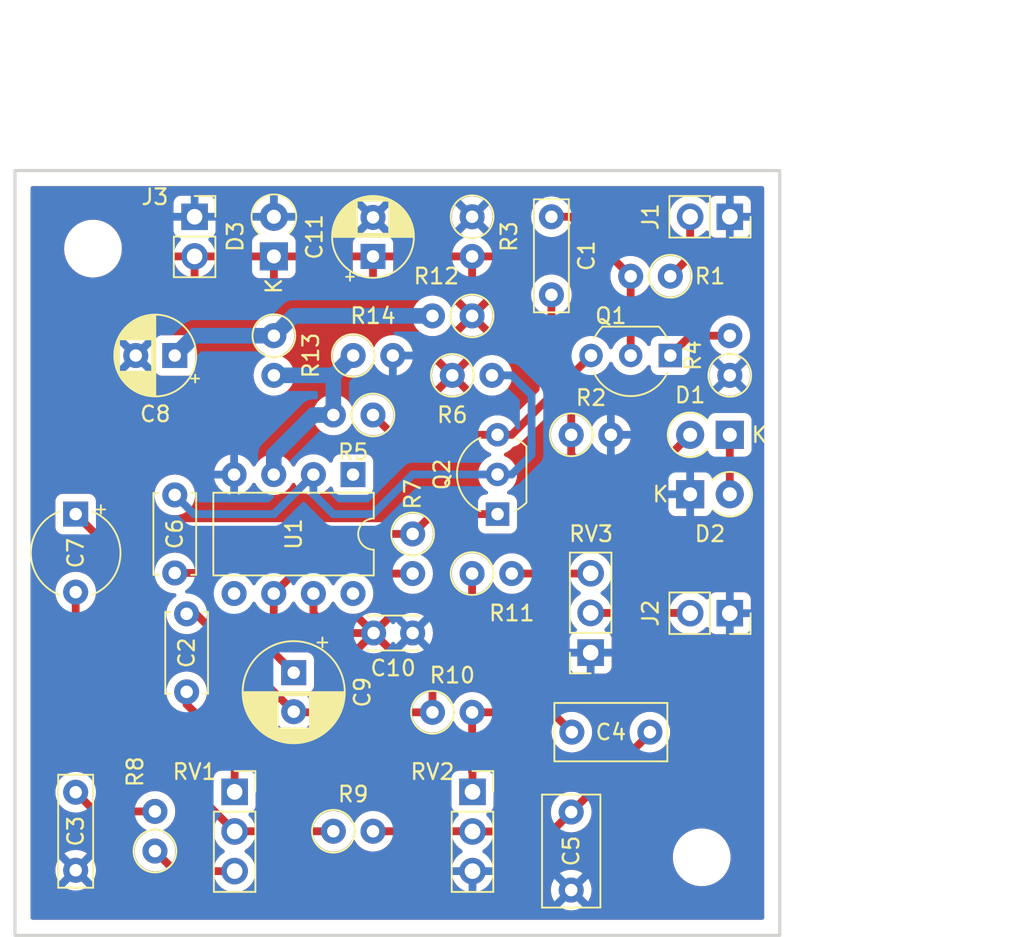
<source format=kicad_pcb>
(kicad_pcb (version 20221018) (generator pcbnew)
  (layers (0 "F.Cu" signal) (31 "B.Cu" signal) (34 "B.Paste" user) (35 "F.Paste" user) (36 "B.SilkS" user "B.Silkscreen") (37 "F.SilkS" user "F.Silkscreen") (38 "B.Mask" user) (39 "F.Mask" user) (44 "Edge.Cuts" user))
  (net 0 "")
  (net 1 "VCOM")
  (net 2 "GND")
  (net 3 "Net-(C8-Pad1)")
  (net 4 "+9V")
  (net 5 "Net-(C2-Pad2)")
  (net 6 "Net-(R11-Pad2)")
  (net 7 "Net-(C4-Pad2)")
  (net 8 "Net-(C7-Pad2)")
  (net 9 "Net-(C4-Pad1)")
  (net 10 "Net-(R8-Pad1)")
  (net 11 "Net-(C3-Pad2)")
  (net 12 "Net-(Q2-E)")
  (net 13 "Net-(C6-Pad1)")
  (net 14 "Net-(Q2-C)")
  (net 15 "Net-(Q2-B)")
  (net 16 "Net-(J1-Pin_2)")
  (net 17 "Net-(Q1-C)")
  (net 18 "Net-(D1-A)")
  (net 19 "Net-(Q1-E)")
  (net 23 "Net-(D1-K)")
  (net 24 "Net-(J2-Pin_2)")
  (net 25 "Net-(C2-Pad1)")
  (footprint "Resistor_THT:R_Axial_DIN0207_L6.3mm_D2.5mm_P2.54mm_Vertical" (layer "F.Cu") (at 154.94 73.66 180)
    (fp_text reference "R5" (at 1.27 -2.37) (layer "F.SilkS"))
    (fp_text value "6M8")
    (pad "1" thru_hole circle (at 0 0 180) (size 1.6 1.6) (drill 0.8) (layers "*.Cu" "*.Mask") (net 15 "Net-(Q2-B)"))
    (pad "2" thru_hole oval (at 2.54 0 180) (size 1.6 1.6) (drill 0.8) (layers "*.Cu" "*.Mask") (net 1 "VCOM"))
  )
  (footprint "MountingHole:MountingHole_3.2mm_M3" (layer "F.Cu") (at 137 63)
    (fp_text reference "H1" hide)
    (fp_text value "MountingHole")
    (pad "" np_thru_hole circle (at 0 0) (size 3.2 3.2) (drill 3.2) (layers "*.Cu" "*.Mask"))
  )
  (footprint "Capacitor_THT:C_Rect_L7.0mm_W2.0mm_P5.00mm" (layer "F.Cu") (at 166.37 60.96 -90)
    (fp_text reference "C1" (at 2.5 -2.25 90) (layer "F.SilkS"))
    (fp_text value "47n")
    (pad "1" thru_hole circle (at 0 0 270) (size 1.6 1.6) (drill 0.8) (layers "*.Cu" "*.Mask") (net 17 "Net-(Q1-C)"))
    (pad "2" thru_hole circle (at 5 0 270) (size 1.6 1.6) (drill 0.8) (layers "*.Cu" "*.Mask") (net 15 "Net-(Q2-B)"))
  )
  (footprint "Capacitor_THT:CP_Radial_D5.0mm_P2.50mm" (layer "F.Cu") (at 142.24 69.85 180)
    (fp_text reference "C8" (at 1.25 -3.75) (layer "F.SilkS"))
    (fp_text value "4u7/35V")
    (pad "1" thru_hole rect (at 0 0 180) (size 1.6 1.6) (drill 0.8) (layers "*.Cu" "*.Mask") (net 3 "Net-(C8-Pad1)"))
    (pad "2" thru_hole circle (at 2.5 0 180) (size 1.6 1.6) (drill 0.8) (layers "*.Cu" "*.Mask") (net 2 "GND"))
  )
  (footprint "Capacitor_THT:C_Rect_L7.0mm_W3.5mm_P5.00mm" (layer "F.Cu") (at 167.64 104.1 90)
    (fp_text reference "C5" (at 2.5 0 90) (layer "F.SilkS"))
    (fp_text value "22n")
    (pad "1" thru_hole circle (at 0 0 90) (size 1.6 1.6) (drill 0.8) (layers "*.Cu" "*.Mask") (net 2 "GND"))
    (pad "2" thru_hole circle (at 5 0 90) (size 1.6 1.6) (drill 0.8) (layers "*.Cu" "*.Mask") (net 9 "Net-(C4-Pad1)"))
  )
  (footprint "Capacitor_THT:CP_Radial_D6.3mm_P2.50mm" (layer "F.Cu") (at 149.86 90.17 -90)
    (fp_text reference "C9" (at 1.25 -4.4 90) (layer "F.SilkS"))
    (fp_text value "4u7 T")
    (pad "1" thru_hole rect (at 0 0 270) (size 1.6 1.6) (drill 0.8) (layers "*.Cu" "*.Mask") (net 13 "Net-(C6-Pad1)"))
    (pad "2" thru_hole circle (at 2.5 0 270) (size 1.6 1.6) (drill 0.8) (layers "*.Cu" "*.Mask") (net 5 "Net-(C2-Pad2)"))
  )
  (footprint "Resistor_THT:R_Axial_DIN0207_L6.3mm_D2.5mm_P2.54mm_Vertical" (layer "F.Cu") (at 152.4 100.33)
    (fp_text reference "R9" (at 1.27 -2.37) (layer "F.SilkS"))
    (fp_text value "8k2")
    (pad "1" thru_hole circle (at 0 0) (size 1.6 1.6) (drill 0.8) (layers "*.Cu" "*.Mask") (net 8 "Net-(C7-Pad2)"))
    (pad "2" thru_hole oval (at 2.54 0) (size 1.6 1.6) (drill 0.8) (layers "*.Cu" "*.Mask") (net 9 "Net-(C4-Pad1)"))
  )
  (footprint "Resistor_THT:R_Axial_DIN0207_L6.3mm_D2.5mm_P2.54mm_Vertical" (layer "F.Cu") (at 161.29 67.31 180)
    (fp_text reference "R12" (at 2.29 2.54) (layer "F.SilkS"))
    (fp_text value "10k")
    (pad "1" thru_hole circle (at 0 0 180) (size 1.6 1.6) (drill 0.8) (layers "*.Cu" "*.Mask") (net 4 "+9V"))
    (pad "2" thru_hole oval (at 2.54 0 180) (size 1.6 1.6) (drill 0.8) (layers "*.Cu" "*.Mask") (net 3 "Net-(C8-Pad1)"))
  )
  (footprint "Package_TO_SOT_THT:TO-92_Inline_Wide" (layer "F.Cu") (at 173.99 69.85 180)
    (fp_text reference "Q1" (at 3.81 2.54) (layer "F.SilkS"))
    (fp_text value "2SC2408")
    (pad "1" thru_hole rect (at 0 0 180) (size 1.5 1.5) (drill 0.8) (layers "*.Cu" "*.Mask") (net 19 "Net-(Q1-E)"))
    (pad "2" thru_hole circle (at 2.54 0 180) (size 1.5 1.5) (drill 0.8) (layers "*.Cu" "*.Mask") (net 17 "Net-(Q1-C)"))
    (pad "3" thru_hole circle (at 5.08 0 180) (size 1.5 1.5) (drill 0.8) (layers "*.Cu" "*.Mask") (net 18 "Net-(D1-A)"))
  )
  (footprint "Resistor_THT:R_Axial_DIN0207_L6.3mm_D2.5mm_P2.54mm_Vertical" (layer "F.Cu") (at 161.29 83.82)
    (fp_text reference "R11" (at 2.54 2.54) (layer "F.SilkS"))
    (fp_text value "220")
    (pad "1" thru_hole circle (at 0 0) (size 1.6 1.6) (drill 0.8) (layers "*.Cu" "*.Mask") (net 5 "Net-(C2-Pad2)"))
    (pad "2" thru_hole oval (at 2.54 0) (size 1.6 1.6) (drill 0.8) (layers "*.Cu" "*.Mask") (net 6 "Net-(R11-Pad2)"))
  )
  (footprint "Resistor_THT:R_Axial_DIN0207_L6.3mm_D2.5mm_P2.54mm_Vertical" (layer "F.Cu") (at 140.97 101.6 90)
    (fp_text reference "R8" (at 5.08 -1.27 90) (layer "F.SilkS"))
    (fp_text value "470")
    (pad "1" thru_hole circle (at 0 0 90) (size 1.6 1.6) (drill 0.8) (layers "*.Cu" "*.Mask") (net 10 "Net-(R8-Pad1)"))
    (pad "2" thru_hole oval (at 2.54 0 90) (size 1.6 1.6) (drill 0.8) (layers "*.Cu" "*.Mask") (net 11 "Net-(C3-Pad2)"))
  )
  (footprint "Package_DIP:DIP-8_W7.62mm" (layer "F.Cu") (at 153.66 77.48 -90)
    (fp_text reference "U1" (at 3.81 3.8 90) (layer "F.SilkS"))
    (fp_text value "LF356")
    (pad "1" thru_hole rect (at 0 0 270) (size 1.6 1.6) (drill 0.8) (layers "*.Cu" "*.Mask"))
    (pad "2" thru_hole oval (at 0 2.54 270) (size 1.6 1.6) (drill 0.8) (layers "*.Cu" "*.Mask") (net 14 "Net-(Q2-C)"))
    (pad "3" thru_hole oval (at 0 5.08 270) (size 1.6 1.6) (drill 0.8) (layers "*.Cu" "*.Mask") (net 1 "VCOM"))
    (pad "4" thru_hole oval (at 0 7.62 270) (size 1.6 1.6) (drill 0.8) (layers "*.Cu" "*.Mask") (net 2 "GND"))
    (pad "5" thru_hole oval (at 7.62 7.62 270) (size 1.6 1.6) (drill 0.8) (layers "*.Cu" "*.Mask"))
    (pad "6" thru_hole oval (at 7.62 5.08 270) (size 1.6 1.6) (drill 0.8) (layers "*.Cu" "*.Mask") (net 13 "Net-(C6-Pad1)"))
    (pad "7" thru_hole oval (at 7.62 2.54 270) (size 1.6 1.6) (drill 0.8) (layers "*.Cu" "*.Mask") (net 4 "+9V"))
    (pad "8" thru_hole oval (at 7.62 0 270) (size 1.6 1.6) (drill 0.8) (layers "*.Cu" "*.Mask"))
  )
  (footprint "Resistor_THT:R_Axial_DIN0207_L6.3mm_D2.5mm_P2.54mm_Vertical" (layer "F.Cu") (at 148.59 68.58 -90)
    (fp_text reference "R13" (at 1.27 -2.37 90) (layer "F.SilkS"))
    (fp_text value "100k")
    (pad "1" thru_hole circle (at 0 0 270) (size 1.6 1.6) (drill 0.8) (layers "*.Cu" "*.Mask") (net 3 "Net-(C8-Pad1)"))
    (pad "2" thru_hole oval (at 2.54 0 270) (size 1.6 1.6) (drill 0.8) (layers "*.Cu" "*.Mask") (net 1 "VCOM"))
  )
  (footprint "Package_TO_SOT_THT:TO-92_Inline_Wide" (layer "F.Cu") (at 162.92 80.01 90)
    (fp_text reference "Q2" (at 2.54 -3.56 90) (layer "F.SilkS"))
    (fp_text value "2SC2408")
    (pad "1" thru_hole rect (at 0 0 90) (size 1.5 1.5) (drill 0.8) (layers "*.Cu" "*.Mask") (net 12 "Net-(Q2-E)"))
    (pad "2" thru_hole circle (at 2.54 0 90) (size 1.5 1.5) (drill 0.8) (layers "*.Cu" "*.Mask") (net 14 "Net-(Q2-C)"))
    (pad "3" thru_hole circle (at 5.08 0 90) (size 1.5 1.5) (drill 0.8) (layers "*.Cu" "*.Mask") (net 15 "Net-(Q2-B)"))
  )
  (footprint "Capacitor_THT:CP_Radial_D5.0mm_P2.50mm" (layer "F.Cu") (at 154.94 63.5 90)
    (fp_text reference "C11" (at 1.25 -3.75 90) (layer "F.SilkS"))
    (fp_text value "4u7/35V")
    (pad "1" thru_hole rect (at 0 0 90) (size 1.6 1.6) (drill 0.8) (layers "*.Cu" "*.Mask") (net 4 "+9V"))
    (pad "2" thru_hole circle (at 2.5 0 90) (size 1.6 1.6) (drill 0.8) (layers "*.Cu" "*.Mask") (net 2 "GND"))
  )
  (footprint "Capacitor_THT:CP_Radial_Tantal_D5.5mm_P5.00mm" (layer "F.Cu") (at 135.89 80.01 -90)
    (fp_text reference "C7" (at 2.5 0 90) (layer "F.SilkS"))
    (fp_text value "1u/35V T")
    (pad "1" thru_hole rect (at 0 0 270) (size 1.6 1.6) (drill 0.8) (layers "*.Cu" "*.Mask") (net 12 "Net-(Q2-E)"))
    (pad "2" thru_hole circle (at 5 0 270) (size 1.6 1.6) (drill 0.8) (layers "*.Cu" "*.Mask") (net 8 "Net-(C7-Pad2)"))
  )
  (footprint "Resistor_THT:R_Axial_DIN0207_L6.3mm_D2.5mm_P2.54mm_Vertical" (layer "F.Cu") (at 160.02 71.12)
    (fp_text reference "R6" (at 0 2.54) (layer "F.SilkS"))
    (fp_text value "100k")
    (pad "1" thru_hole circle (at 0 0) (size 1.6 1.6) (drill 0.8) (layers "*.Cu" "*.Mask") (net 4 "+9V"))
    (pad "2" thru_hole oval (at 2.54 0) (size 1.6 1.6) (drill 0.8) (layers "*.Cu" "*.Mask") (net 14 "Net-(Q2-C)"))
  )
  (footprint "Connector_PinSocket_2.54mm:PinSocket_1x03_P2.54mm_Vertical" (layer "F.Cu") (at 168.885 88.885 180)
    (fp_text reference "RV3" (at -0.025 7.605) (layer "F.SilkS"))
    (fp_text value "50kA")
    (pad "1" thru_hole rect (at 0 0 180) (size 1.7 1.7) (drill 1) (layers "*.Cu" "*.Mask") (net 2 "GND"))
    (pad "2" thru_hole oval (at 0 2.54 180) (size 1.7 1.7) (drill 1) (layers "*.Cu" "*.Mask") (net 24 "Net-(J2-Pin_2)"))
    (pad "3" thru_hole oval (at 0 5.08 180) (size 1.7 1.7) (drill 1) (layers "*.Cu" "*.Mask") (net 6 "Net-(R11-Pad2)"))
  )
  (footprint "Capacitor_THT:C_Rect_L7.0mm_W2.0mm_P5.00mm" (layer "F.Cu") (at 135.89 102.83 90)
    (fp_text reference "C3" (at 2.5 0 90) (layer "F.SilkS"))
    (fp_text value "47n")
    (pad "1" thru_hole circle (at 0 0 90) (size 1.6 1.6) (drill 0.8) (layers "*.Cu" "*.Mask") (net 2 "GND"))
    (pad "2" thru_hole circle (at 5 0 90) (size 1.6 1.6) (drill 0.8) (layers "*.Cu" "*.Mask") (net 11 "Net-(C3-Pad2)"))
  )
  (footprint "Capacitor_THT:C_Disc_D3.0mm_W2.0mm_P2.50mm" (layer "F.Cu") (at 157.48 87.63 180)
    (fp_text reference "C10" (at 1.25 -2.25) (layer "F.SilkS"))
    (fp_text value "10n")
    (pad "1" thru_hole circle (at 0 0 180) (size 1.6 1.6) (drill 0.8) (layers "*.Cu" "*.Mask") (net 2 "GND"))
    (pad "2" thru_hole circle (at 2.5 0 180) (size 1.6 1.6) (drill 0.8) (layers "*.Cu" "*.Mask") (net 4 "+9V"))
  )
  (footprint "Resistor_THT:R_Axial_DIN0207_L6.3mm_D2.5mm_P2.54mm_Vertical" (layer "F.Cu") (at 157.48 81.28 -90)
    (fp_text reference "R7" (at -2.54 0 90) (layer "F.SilkS"))
    (fp_text value "220k")
    (pad "1" thru_hole circle (at 0 0 270) (size 1.6 1.6) (drill 0.8) (layers "*.Cu" "*.Mask") (net 12 "Net-(Q2-E)"))
    (pad "2" thru_hole oval (at 2.54 0 270) (size 1.6 1.6) (drill 0.8) (layers "*.Cu" "*.Mask") (net 13 "Net-(C6-Pad1)"))
  )
  (footprint "Capacitor_THT:C_Disc_D5.0mm_W2.5mm_P5.00mm" (layer "F.Cu") (at 142.24 83.78 90)
    (fp_text reference "C6" (at 2.5 0 90) (layer "F.SilkS"))
    (fp_text value "100p")
    (pad "1" thru_hole circle (at 0 0 90) (size 1.6 1.6) (drill 0.8) (layers "*.Cu" "*.Mask") (net 13 "Net-(C6-Pad1)"))
    (pad "2" thru_hole circle (at 5 0 90) (size 1.6 1.6) (drill 0.8) (layers "*.Cu" "*.Mask") (net 14 "Net-(Q2-C)"))
  )
  (footprint "Capacitor_THT:C_Rect_L7.0mm_W3.5mm_P5.00mm" (layer "F.Cu") (at 172.68 93.98 180)
    (fp_text reference "C4" (at 2.5 0) (layer "F.SilkS"))
    (fp_text value "22n")
    (pad "1" thru_hole circle (at 0 0 180) (size 1.6 1.6) (drill 0.8) (layers "*.Cu" "*.Mask") (net 9 "Net-(C4-Pad1)"))
    (pad "2" thru_hole circle (at 5 0 180) (size 1.6 1.6) (drill 0.8) (layers "*.Cu" "*.Mask") (net 7 "Net-(C4-Pad2)"))
  )
  (footprint "Connector_PinSocket_2.54mm:PinSocket_1x03_P2.54mm_Vertical" (layer "F.Cu") (at 161.315 97.805)
    (fp_text reference "RV2" (at -2.565 -1.285) (layer "F.SilkS"))
    (fp_text value "50kC")
    (pad "1" thru_hole rect (at 0 0) (size 1.7 1.7) (drill 1) (layers "*.Cu" "*.Mask") (net 7 "Net-(C4-Pad2)"))
    (pad "2" thru_hole oval (at 0 2.54) (size 1.7 1.7) (drill 1) (layers "*.Cu" "*.Mask") (net 9 "Net-(C4-Pad1)"))
    (pad "3" thru_hole oval (at 0 5.08) (size 1.7 1.7) (drill 1) (layers "*.Cu" "*.Mask") (net 2 "GND"))
  )
  (footprint "Diode_THT:D_A-405_P2.54mm_Vertical_KathodeUp" (layer "F.Cu") (at 148.59 63.5 90)
    (fp_text reference "D3" (at 1.27 -2.47 90) (layer "F.SilkS"))
    (fp_text value "1S1588")
    (fp_text user "K" (at -1.9 0 90) (layer "F.SilkS"))
    (pad "1" thru_hole rect (at 0 0 90) (size 1.8 1.8) (drill 0.9) (layers "*.Cu" "*.Mask") (net 4 "+9V"))
    (pad "2" thru_hole oval (at 2.54 0 90) (size 1.8 1.8) (drill 0.9) (layers "*.Cu" "*.Mask") (net 2 "GND"))
  )
  (footprint "Resistor_THT:R_Axial_DIN0207_L6.3mm_D2.5mm_P2.54mm_Vertical" (layer "F.Cu") (at 153.67 69.85)
    (fp_text reference "R14" (at 1.27 -2.54) (layer "F.SilkS"))
    (fp_text value "1M")
    (pad "1" thru_hole circle (at 0 0) (size 1.6 1.6) (drill 0.8) (layers "*.Cu" "*.Mask") (net 1 "VCOM"))
    (pad "2" thru_hole oval (at 2.54 0) (size 1.6 1.6) (drill 0.8) (layers "*.Cu" "*.Mask") (net 2 "GND"))
  )
  (footprint "Diode_THT:D_A-405_P2.54mm_Vertical_KathodeUp" (layer "F.Cu") (at 175.26 78.74)
    (fp_text reference "D2" (at 1.27 2.54) (layer "F.SilkS"))
    (fp_text value "1S1588")
    (fp_text user "K" (at -1.9 0) (layer "F.SilkS"))
    (pad "1" thru_hole rect (at 0 0) (size 1.8 1.8) (drill 0.9) (layers "*.Cu" "*.Mask") (net 2 "GND"))
    (pad "2" thru_hole oval (at 2.54 0) (size 1.8 1.8) (drill 0.9) (layers "*.Cu" "*.Mask") (net 23 "Net-(D1-K)"))
  )
  (footprint "Resistor_THT:R_Axial_DIN0207_L6.3mm_D2.5mm_P2.54mm_Vertical" (layer "F.Cu") (at 173.99 64.77 180)
    (fp_text reference "R1" (at -2.54 0) (layer "F.SilkS"))
    (fp_text value "4k7")
    (pad "1" thru_hole circle (at 0 0 180) (size 1.6 1.6) (drill 0.8) (layers "*.Cu" "*.Mask") (net 16 "Net-(J1-Pin_2)"))
    (pad "2" thru_hole oval (at 2.54 0 180) (size 1.6 1.6) (drill 0.8) (layers "*.Cu" "*.Mask") (net 17 "Net-(Q1-C)"))
  )
  (footprint "Diode_THT:D_A-405_P2.54mm_Vertical_KathodeUp" (layer "F.Cu") (at 177.8 74.93 180)
    (fp_text reference "D1" (at 2.54 2.54) (layer "F.SilkS"))
    (fp_text value "1S1588")
    (fp_text user "K" (at -1.9 0) (layer "F.SilkS"))
    (pad "1" thru_hole rect (at 0 0 180) (size 1.8 1.8) (drill 0.9) (layers "*.Cu" "*.Mask") (net 23 "Net-(D1-K)"))
    (pad "2" thru_hole oval (at 2.54 0 180) (size 1.8 1.8) (drill 0.9) (layers "*.Cu" "*.Mask") (net 18 "Net-(D1-A)"))
  )
  (footprint "Connector_PinSocket_2.54mm:PinSocket_1x02_P2.54mm_Vertical" (layer "F.Cu") (at 143.51 60.96)
    (fp_text reference "J3" (at -2.54 -1.27) (layer "F.SilkS"))
    (fp_text value "Power")
    (pad "1" thru_hole rect (at 0 0) (size 1.7 1.7) (drill 1) (layers "*.Cu" "*.Mask") (net 2 "GND"))
    (pad "2" thru_hole oval (at 0 2.54) (size 1.7 1.7) (drill 1) (layers "*.Cu" "*.Mask") (net 4 "+9V"))
  )
  (footprint "Resistor_THT:R_Axial_DIN0207_L6.3mm_D2.5mm_P2.54mm_Vertical" (layer "F.Cu") (at 167.64 74.93)
    (fp_text reference "R2" (at 1.27 -2.37) (layer "F.SilkS"))
    (fp_text value "1M")
    (pad "1" thru_hole circle (at 0 0) (size 1.6 1.6) (drill 0.8) (layers "*.Cu" "*.Mask") (net 18 "Net-(D1-A)"))
    (pad "2" thru_hole oval (at 2.54 0) (size 1.6 1.6) (drill 0.8) (layers "*.Cu" "*.Mask") (net 2 "GND"))
  )
  (footprint "MountingHole:MountingHole_3.2mm_M3" (layer "F.Cu") (at 176 102)
    (fp_text reference "H2" hide)
    (fp_text value "MountingHole")
    (pad "" np_thru_hole circle (at 0 0) (size 3.2 3.2) (drill 3.2) (layers "*.Cu" "*.Mask"))
  )
  (footprint "Resistor_THT:R_Axial_DIN0207_L6.3mm_D2.5mm_P2.54mm_Vertical" (layer "F.Cu") (at 161.29 60.96 -90)
    (fp_text reference "R3" (at 1.27 -2.37 90) (layer "F.SilkS"))
    (fp_text value "100k")
    (pad "1" thru_hole circle (at 0 0 270) (size 1.6 1.6) (drill 0.8) (layers "*.Cu" "*.Mask") (net 2 "GND"))
    (pad "2" thru_hole oval (at 2.54 0 270) (size 1.6 1.6) (drill 0.8) (layers "*.Cu" "*.Mask") (net 4 "+9V"))
  )
  (footprint "Resistor_THT:R_Axial_DIN0207_L6.3mm_D2.5mm_P2.54mm_Vertical" (layer "F.Cu") (at 158.75 92.71)
    (fp_text reference "R10" (at 1.27 -2.37) (layer "F.SilkS"))
    (fp_text value "4k7")
    (pad "1" thru_hole circle (at 0 0) (size 1.6 1.6) (drill 0.8) (layers "*.Cu" "*.Mask") (net 5 "Net-(C2-Pad2)"))
    (pad "2" thru_hole oval (at 2.54 0) (size 1.6 1.6) (drill 0.8) (layers "*.Cu" "*.Mask") (net 7 "Net-(C4-Pad2)"))
  )
  (footprint "Connector_PinSocket_2.54mm:PinSocket_1x02_P2.54mm_Vertical" (layer "F.Cu") (at 177.8 86.36 -90)
    (fp_text reference "J2" (at 0 5.08 90) (layer "F.SilkS"))
    (fp_text value "Output")
    (pad "1" thru_hole rect (at 0 0 270) (size 1.7 1.7) (drill 1) (layers "*.Cu" "*.Mask") (net 2 "GND"))
    (pad "2" thru_hole oval (at 0 2.54 270) (size 1.7 1.7) (drill 1) (layers "*.Cu" "*.Mask") (net 24 "Net-(J2-Pin_2)"))
  )
  (footprint "Capacitor_THT:C_Disc_D5.0mm_W2.5mm_P5.00mm" (layer "F.Cu") (at 143 91.4 90)
    (fp_text reference "C2" (at 2.5 0 90) (layer "F.SilkS"))
    (fp_text value "4n7")
    (pad "1" thru_hole circle (at 0 0 90) (size 1.6 1.6) (drill 0.8) (layers "*.Cu" "*.Mask") (net 25 "Net-(C2-Pad1)"))
    (pad "2" thru_hole circle (at 5 0 90) (size 1.6 1.6) (drill 0.8) (layers "*.Cu" "*.Mask") (net 5 "Net-(C2-Pad2)"))
  )
  (footprint "Resistor_THT:R_Axial_DIN0207_L6.3mm_D2.5mm_P2.54mm_Vertical" (layer "F.Cu") (at 177.8 71.12 90)
    (fp_text reference "R4" (at 1.27 -2.37 90) (layer "F.SilkS"))
    (fp_text value "22k")
    (pad "1" thru_hole circle (at 0 0 90) (size 1.6 1.6) (drill 0.8) (layers "*.Cu" "*.Mask") (net 2 "GND"))
    (pad "2" thru_hole oval (at 2.54 0 90) (size 1.6 1.6) (drill 0.8) (layers "*.Cu" "*.Mask") (net 19 "Net-(Q1-E)"))
  )
  (footprint "Connector_PinSocket_2.54mm:PinSocket_1x03_P2.54mm_Vertical" (layer "F.Cu") (at 146.075 97.805)
    (fp_text reference "RV1" (at -2.565 -1.285) (layer "F.SilkS"))
    (fp_text value "50kC")
    (pad "1" thru_hole rect (at 0 0) (size 1.7 1.7) (drill 1) (layers "*.Cu" "*.Mask") (net 25 "Net-(C2-Pad1)"))
    (pad "2" thru_hole oval (at 0 2.54) (size 1.7 1.7) (drill 1) (layers "*.Cu" "*.Mask") (net 8 "Net-(C7-Pad2)"))
    (pad "3" thru_hole oval (at 0 5.08) (size 1.7 1.7) (drill 1) (layers "*.Cu" "*.Mask") (net 10 "Net-(R8-Pad1)"))
  )
  (footprint "Connector_PinSocket_2.54mm:PinSocket_1x02_P2.54mm_Vertical" (layer "F.Cu") (at 177.8 60.96 -90)
    (fp_text reference "J1" (at 0 5.08 90) (layer "F.SilkS"))
    (fp_text value "Input")
    (pad "1" thru_hole rect (at 0 0 270) (size 1.7 1.7) (drill 1) (layers "*.Cu" "*.Mask") (net 2 "GND"))
    (pad "2" thru_hole oval (at 0 2.54 270) (size 1.7 1.7) (drill 1) (layers "*.Cu" "*.Mask") (net 16 "Net-(J1-Pin_2)"))
  )
  (gr_rect (start 132 58) (end 181 107) (stroke (width 0.2)) (fill none) (layer "Edge.Cuts"))
  (segment (start 148.58 76.21) (end 148.58 77.48) (width 1) (layer "B.Cu") (net 1))
  (segment (start 152.4 71.12) (end 152.4 73.66) (width 1) (layer "B.Cu") (net 1))
  (segment (start 148.59 71.12) (end 152.4 71.12) (width 1) (layer "B.Cu") (net 1))
  (segment (start 152.4 73.66) (end 151.13 73.66) (width 1) (layer "B.Cu") (net 1))
  (segment (start 153.67 69.85) (end 152.4 71.12) (width 1) (layer "B.Cu") (net 1))
  (segment (start 151.13 73.66) (end 148.58 76.21) (width 1) (layer "B.Cu") (net 1))
  (segment (start 143.51 68.58) (end 148.59 68.58) (width 1) (layer "B.Cu") (net 3))
  (segment (start 148.59 68.58) (end 149.86 67.31) (width 1) (layer "B.Cu") (net 3))
  (segment (start 142.24 69.85) (end 143.51 68.58) (width 1) (layer "B.Cu") (net 3))
  (segment (start 149.86 67.31) (end 158.75 67.31) (width 1) (layer "B.Cu") (net 3))
  (segment (start 151.12 85.1) (end 151.13 85.09) (width 0.5) (layer "F.Cu") (net 4))
  (segment (start 151.13 86.36) (end 152.4 87.63) (width 0.5) (layer "F.Cu") (net 4))
  (segment (start 152.4 87.63) (end 154.98 87.63) (width 0.5) (layer "F.Cu") (net 4))
  (segment (start 151.13 85.09) (end 151.13 86.36) (width 0.5) (layer "F.Cu") (net 4))
  (segment (start 151.1 85.1) (end 151 85) (width 0.5) (layer "B.Cu") (net 4))
  (segment (start 151.12 85.1) (end 151.1 85.1) (width 0.5) (layer "B.Cu") (net 4))
  (segment (start 149.9 92.71) (end 149.86 92.67) (width 0.5) (layer "F.Cu") (net 5))
  (segment (start 158.75 92.71) (end 149.9 92.71) (width 0.5) (layer "F.Cu") (net 5))
  (segment (start 161.29 83.82) (end 161.29 87.63) (width 0.5) (layer "F.Cu") (net 5))
  (segment (start 149.86 92.67) (end 143.59 86.4) (width 0.5) (layer "F.Cu") (net 5))
  (segment (start 158.75 90.17) (end 158.75 92.71) (width 0.5) (layer "F.Cu") (net 5))
  (segment (start 143.59 86.4) (end 143 86.4) (width 0.5) (layer "F.Cu") (net 5))
  (segment (start 161.29 87.63) (end 158.75 90.17) (width 0.5) (layer "F.Cu") (net 5))
  (segment (start 168.87 83.82) (end 168.885 83.805) (width 0.5) (layer "F.Cu") (net 6))
  (segment (start 163.83 83.82) (end 168.87 83.82) (width 0.5) (layer "F.Cu") (net 6))
  (segment (start 161.29 96.52) (end 161.29 92.71) (width 0.5) (layer "F.Cu") (net 7))
  (segment (start 161.315 96.545) (end 161.29 96.52) (width 0.5) (layer "F.Cu") (net 7))
  (segment (start 166.41 92.71) (end 167.68 93.98) (width 0.5) (layer "F.Cu") (net 7))
  (segment (start 161.29 92.71) (end 166.41 92.71) (width 0.5) (layer "F.Cu") (net 7))
  (segment (start 161.315 97.805) (end 161.315 96.545) (width 0.5) (layer "F.Cu") (net 7))
  (segment (start 143.51 97.78) (end 143.51 95.25) (width 0.5) (layer "F.Cu") (net 8))
  (segment (start 143.51 95.25) (end 135.89 87.63) (width 0.5) (layer "F.Cu") (net 8))
  (segment (start 146.075 100.345) (end 143.51 97.78) (width 0.5) (layer "F.Cu") (net 8))
  (segment (start 152.4 100.33) (end 146.09 100.33) (width 0.5) (layer "F.Cu") (net 8))
  (segment (start 146.09 100.33) (end 146.075 100.345) (width 0.5) (layer "F.Cu") (net 8))
  (segment (start 135.89 87.63) (end 135.89 85.01) (width 0.5) (layer "F.Cu") (net 8))
  (segment (start 161.315 100.345) (end 166.395 100.345) (width 0.5) (layer "F.Cu") (net 9))
  (segment (start 172.68 94.06) (end 172.68 93.98) (width 0.5) (layer "F.Cu") (net 9))
  (segment (start 154.94 100.33) (end 161.3 100.33) (width 0.5) (layer "F.Cu") (net 9))
  (segment (start 161.3 100.33) (end 161.315 100.345) (width 0.5) (layer "F.Cu") (net 9))
  (segment (start 166.395 100.345) (end 167.64 99.1) (width 0.5) (layer "F.Cu") (net 9))
  (segment (start 167.64 99.1) (end 172.68 94.06) (width 0.5) (layer "F.Cu") (net 9))
  (segment (start 140.97 101.6) (end 142.255 102.885) (width 0.5) (layer "F.Cu") (net 10))
  (segment (start 142.255 102.885) (end 146.075 102.885) (width 0.5) (layer "F.Cu") (net 10))
  (segment (start 137.12 99.06) (end 135.89 97.83) (width 0.5) (layer "F.Cu") (net 11))
  (segment (start 140.97 99.06) (end 137.12 99.06) (width 0.5) (layer "F.Cu") (net 11))
  (segment (start 158.75 80.01) (end 157.48 81.28) (width 0.5) (layer "F.Cu") (net 12))
  (segment (start 137.16 81.28) (end 135.89 80.01) (width 0.5) (layer "F.Cu") (net 12))
  (segment (start 162.92 80.01) (end 158.75 80.01) (width 0.5) (layer "F.Cu") (net 12))
  (segment (start 157.48 81.28) (end 137.16 81.28) (width 0.5) (layer "F.Cu") (net 12))
  (segment (start 162.56 80.01) (end 162.54 80.03) (width 0.5) (layer "F.Cu") (net 12))
  (segment (start 162.92 80.01) (end 162.56 80.01) (width 0.5) (layer "F.Cu") (net 12))
  (segment (start 157.48 83.82) (end 154.94 83.82) (width 0.5) (layer "F.Cu") (net 13))
  (segment (start 148.58 85.1) (end 148.59 85.09) (width 0.5) (layer "F.Cu") (net 13))
  (segment (start 154.94 83.82) (end 153.67 82.55) (width 0.5) (layer "F.Cu") (net 13))
  (segment (start 146.05 82.55) (end 151.13 82.55) (width 0.5) (layer "F.Cu") (net 13))
  (segment (start 151.13 82.55) (end 148.58 85.1) (width 0.5) (layer "F.Cu") (net 13))
  (segment (start 142.24 83.78) (end 144.82 83.78) (width 0.5) (layer "F.Cu") (net 13))
  (segment (start 144.82 83.78) (end 146.05 82.55) (width 0.5) (layer "F.Cu") (net 13))
  (segment (start 153.67 82.55) (end 151.13 82.55) (width 0.5) (layer "F.Cu") (net 13))
  (segment (start 148.58 88.89) (end 149.86 90.17) (width 0.5) (layer "F.Cu") (net 13))
  (segment (start 148.58 85.1) (end 148.58 88.89) (width 0.5) (layer "F.Cu") (net 13))
  (segment (start 148.59 80.01) (end 151.12 77.48) (width 0.5) (layer "B.Cu") (net 14))
  (segment (start 162.92 77.47) (end 163.83 77.47) (width 0.5) (layer "B.Cu") (net 14))
  (segment (start 163.83 77.47) (end 165.1 76.2) (width 0.5) (layer "B.Cu") (net 14))
  (segment (start 165.1 72.39) (end 163.83 71.12) (width 0.5) (layer "B.Cu") (net 14))
  (segment (start 151.12 77.48) (end 151.12 78.73) (width 0.5) (layer "B.Cu") (net 14))
  (segment (start 142.24 78.78) (end 143.47 80.01) (width 0.5) (layer "B.Cu") (net 14))
  (segment (start 152.4 80.01) (end 154.94 80.01) (width 0.5) (layer "B.Cu") (net 14))
  (segment (start 154.94 80.01) (end 157.48 77.47) (width 0.5) (layer "B.Cu") (net 14))
  (segment (start 143.47 80.01) (end 148.59 80.01) (width 0.5) (layer "B.Cu") (net 14))
  (segment (start 163.83 71.12) (end 162.56 71.12) (width 0.5) (layer "B.Cu") (net 14))
  (segment (start 157.48 77.47) (end 162.92 77.47) (width 0.5) (layer "B.Cu") (net 14))
  (segment (start 151.12 78.73) (end 152.4 80.01) (width 0.5) (layer "B.Cu") (net 14))
  (segment (start 165.1 76.2) (end 165.1 72.39) (width 0.5) (layer "B.Cu") (net 14))
  (segment (start 156.21 74.93) (end 154.94 73.66) (width 0.5) (layer "F.Cu") (net 15))
  (segment (start 162.92 74.93) (end 156.21 74.93) (width 0.5) (layer "F.Cu") (net 15))
  (segment (start 166.37 72.39) (end 163.83 74.93) (width 0.5) (layer "F.Cu") (net 15))
  (segment (start 163.83 74.93) (end 162.92 74.93) (width 0.5) (layer "F.Cu") (net 15))
  (segment (start 166.37 65.96) (end 166.37 72.39) (width 0.5) (layer "F.Cu") (net 15))
  (segment (start 175.26 60.96) (end 175.26 63.5) (width 0.5) (layer "F.Cu") (net 16))
  (segment (start 175.26 63.5) (end 173.99 64.77) (width 0.5) (layer "F.Cu") (net 16))
  (segment (start 171.45 64.77) (end 171.45 69.85) (width 0.5) (layer "F.Cu") (net 17))
  (segment (start 167.64 60.96) (end 171.45 64.77) (width 0.5) (layer "F.Cu") (net 17))
  (segment (start 166.37 60.96) (end 167.64 60.96) (width 0.5) (layer "F.Cu") (net 17))
  (segment (start 168.91 69.85) (end 167.64 71.12) (width 0.5) (layer "F.Cu") (net 18))
  (segment (start 172.72 77.47) (end 175.26 74.93) (width 0.5) (layer "F.Cu") (net 18))
  (segment (start 167.64 76.2) (end 168.91 77.47) (width 0.5) (layer "F.Cu") (net 18))
  (segment (start 167.64 71.12) (end 167.64 74.93) (width 0.5) (layer "F.Cu") (net 18))
  (segment (start 167.64 74.93) (end 167.64 76.2) (width 0.5) (layer "F.Cu") (net 18))
  (segment (start 168.91 77.47) (end 172.72 77.47) (width 0.5) (layer "F.Cu") (net 18))
  (segment (start 173.99 69.85) (end 175.26 68.58) (width 0.5) (layer "F.Cu") (net 19))
  (segment (start 175.26 68.58) (end 177.8 68.58) (width 0.5) (layer "F.Cu") (net 19))
  (segment (start 177.8 74.93) (end 177.8 78.74) (width 0.5) (layer "F.Cu") (net 23))
  (segment (start 168.885 86.345) (end 175.245 86.345) (width 0.5) (layer "F.Cu") (net 24))
  (segment (start 175.245 86.345) (end 175.26 86.36) (width 0.5) (layer "F.Cu") (net 24))
  (segment (start 143 91.4) (end 143 92.2) (width 0.5) (layer "F.Cu") (net 25))
  (segment (start 143 92.2) (end 146.075 95.275) (width 0.5) (layer "F.Cu") (net 25))
  (segment (start 146.075 95.275) (end 146.075 97.805) (width 0.5) (layer "F.Cu") (net 25))
  (zone (net 4) (net_name "+9V") (layer "F.Cu") (priority 1) (connect_pads (clearance 0.5)) (min_thickness 0.25) (fill yes (thermal_gap 0.5) (thermal_bridge_width 0.5))
    (polygon (pts (xy 133 59) (xy 180 59) (xy 180 106) (xy 133 106)))
  )
  (zone (net 2) (net_name "GND") (layer "B.Cu") (connect_pads (clearance 0.5)) (min_thickness 0.25) (fill yes (thermal_gap 0.5) (thermal_bridge_width 0.5))
    (polygon (pts (xy 133 59) (xy 180 59) (xy 180 106) (xy 133 106)))
  )
)
</source>
